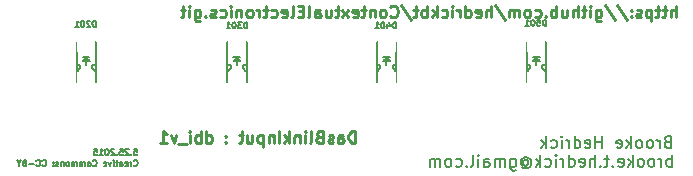
<source format=gbo>
G04 #@! TF.FileFunction,Legend,Bot*
%FSLAX46Y46*%
G04 Gerber Fmt 4.6, Leading zero omitted, Abs format (unit mm)*
G04 Created by KiCad (PCBNEW (2015-01-29 BZR 5396)-product) date 5/25/2015 5:42:28 PM*
%MOMM*%
G01*
G04 APERTURE LIST*
%ADD10C,0.100000*%
%ADD11C,0.250000*%
%ADD12C,0.127000*%
%ADD13C,0.200000*%
%ADD14C,0.150000*%
%ADD15R,1.500000X1.500000*%
%ADD16R,2.032000X2.032000*%
%ADD17O,2.032000X2.032000*%
%ADD18R,2.032000X1.727200*%
%ADD19O,2.032000X1.727200*%
%ADD20C,1.397000*%
G04 APERTURE END LIST*
D10*
D11*
X146230955Y-86952381D02*
X146230955Y-85952381D01*
X145802383Y-86952381D02*
X145802383Y-86428571D01*
X145850002Y-86333333D01*
X145945240Y-86285714D01*
X146088098Y-86285714D01*
X146183336Y-86333333D01*
X146230955Y-86380952D01*
X145469050Y-86285714D02*
X145088098Y-86285714D01*
X145326193Y-85952381D02*
X145326193Y-86809524D01*
X145278574Y-86904762D01*
X145183336Y-86952381D01*
X145088098Y-86952381D01*
X144897621Y-86285714D02*
X144516669Y-86285714D01*
X144754764Y-85952381D02*
X144754764Y-86809524D01*
X144707145Y-86904762D01*
X144611907Y-86952381D01*
X144516669Y-86952381D01*
X144183335Y-86285714D02*
X144183335Y-87285714D01*
X144183335Y-86333333D02*
X144088097Y-86285714D01*
X143897620Y-86285714D01*
X143802382Y-86333333D01*
X143754763Y-86380952D01*
X143707144Y-86476190D01*
X143707144Y-86761905D01*
X143754763Y-86857143D01*
X143802382Y-86904762D01*
X143897620Y-86952381D01*
X144088097Y-86952381D01*
X144183335Y-86904762D01*
X143326192Y-86904762D02*
X143230954Y-86952381D01*
X143040478Y-86952381D01*
X142945239Y-86904762D01*
X142897620Y-86809524D01*
X142897620Y-86761905D01*
X142945239Y-86666667D01*
X143040478Y-86619048D01*
X143183335Y-86619048D01*
X143278573Y-86571429D01*
X143326192Y-86476190D01*
X143326192Y-86428571D01*
X143278573Y-86333333D01*
X143183335Y-86285714D01*
X143040478Y-86285714D01*
X142945239Y-86333333D01*
X142469049Y-86857143D02*
X142421430Y-86904762D01*
X142469049Y-86952381D01*
X142516668Y-86904762D01*
X142469049Y-86857143D01*
X142469049Y-86952381D01*
X142469049Y-86333333D02*
X142421430Y-86380952D01*
X142469049Y-86428571D01*
X142516668Y-86380952D01*
X142469049Y-86333333D01*
X142469049Y-86428571D01*
X141278573Y-85904762D02*
X142135716Y-87190476D01*
X140230954Y-85904762D02*
X141088097Y-87190476D01*
X139469049Y-86285714D02*
X139469049Y-87095238D01*
X139516668Y-87190476D01*
X139564287Y-87238095D01*
X139659526Y-87285714D01*
X139802383Y-87285714D01*
X139897621Y-87238095D01*
X139469049Y-86904762D02*
X139564287Y-86952381D01*
X139754764Y-86952381D01*
X139850002Y-86904762D01*
X139897621Y-86857143D01*
X139945240Y-86761905D01*
X139945240Y-86476190D01*
X139897621Y-86380952D01*
X139850002Y-86333333D01*
X139754764Y-86285714D01*
X139564287Y-86285714D01*
X139469049Y-86333333D01*
X138992859Y-86952381D02*
X138992859Y-86285714D01*
X138992859Y-85952381D02*
X139040478Y-86000000D01*
X138992859Y-86047619D01*
X138945240Y-86000000D01*
X138992859Y-85952381D01*
X138992859Y-86047619D01*
X138659526Y-86285714D02*
X138278574Y-86285714D01*
X138516669Y-85952381D02*
X138516669Y-86809524D01*
X138469050Y-86904762D01*
X138373812Y-86952381D01*
X138278574Y-86952381D01*
X137945240Y-86952381D02*
X137945240Y-85952381D01*
X137516668Y-86952381D02*
X137516668Y-86428571D01*
X137564287Y-86333333D01*
X137659525Y-86285714D01*
X137802383Y-86285714D01*
X137897621Y-86333333D01*
X137945240Y-86380952D01*
X136611906Y-86285714D02*
X136611906Y-86952381D01*
X137040478Y-86285714D02*
X137040478Y-86809524D01*
X136992859Y-86904762D01*
X136897621Y-86952381D01*
X136754763Y-86952381D01*
X136659525Y-86904762D01*
X136611906Y-86857143D01*
X136135716Y-86952381D02*
X136135716Y-85952381D01*
X136135716Y-86333333D02*
X136040478Y-86285714D01*
X135850001Y-86285714D01*
X135754763Y-86333333D01*
X135707144Y-86380952D01*
X135659525Y-86476190D01*
X135659525Y-86761905D01*
X135707144Y-86857143D01*
X135754763Y-86904762D01*
X135850001Y-86952381D01*
X136040478Y-86952381D01*
X136135716Y-86904762D01*
X135230954Y-86857143D02*
X135183335Y-86904762D01*
X135230954Y-86952381D01*
X135278573Y-86904762D01*
X135230954Y-86857143D01*
X135230954Y-86952381D01*
X134326192Y-86904762D02*
X134421430Y-86952381D01*
X134611907Y-86952381D01*
X134707145Y-86904762D01*
X134754764Y-86857143D01*
X134802383Y-86761905D01*
X134802383Y-86476190D01*
X134754764Y-86380952D01*
X134707145Y-86333333D01*
X134611907Y-86285714D01*
X134421430Y-86285714D01*
X134326192Y-86333333D01*
X133754764Y-86952381D02*
X133850002Y-86904762D01*
X133897621Y-86857143D01*
X133945240Y-86761905D01*
X133945240Y-86476190D01*
X133897621Y-86380952D01*
X133850002Y-86333333D01*
X133754764Y-86285714D01*
X133611906Y-86285714D01*
X133516668Y-86333333D01*
X133469049Y-86380952D01*
X133421430Y-86476190D01*
X133421430Y-86761905D01*
X133469049Y-86857143D01*
X133516668Y-86904762D01*
X133611906Y-86952381D01*
X133754764Y-86952381D01*
X132992859Y-86952381D02*
X132992859Y-86285714D01*
X132992859Y-86380952D02*
X132945240Y-86333333D01*
X132850002Y-86285714D01*
X132707144Y-86285714D01*
X132611906Y-86333333D01*
X132564287Y-86428571D01*
X132564287Y-86952381D01*
X132564287Y-86428571D02*
X132516668Y-86333333D01*
X132421430Y-86285714D01*
X132278573Y-86285714D01*
X132183335Y-86333333D01*
X132135716Y-86428571D01*
X132135716Y-86952381D01*
X130945240Y-85904762D02*
X131802383Y-87190476D01*
X130611907Y-86952381D02*
X130611907Y-85952381D01*
X130183335Y-86952381D02*
X130183335Y-86428571D01*
X130230954Y-86333333D01*
X130326192Y-86285714D01*
X130469050Y-86285714D01*
X130564288Y-86333333D01*
X130611907Y-86380952D01*
X129326192Y-86904762D02*
X129421430Y-86952381D01*
X129611907Y-86952381D01*
X129707145Y-86904762D01*
X129754764Y-86809524D01*
X129754764Y-86428571D01*
X129707145Y-86333333D01*
X129611907Y-86285714D01*
X129421430Y-86285714D01*
X129326192Y-86333333D01*
X129278573Y-86428571D01*
X129278573Y-86523810D01*
X129754764Y-86619048D01*
X128421430Y-86952381D02*
X128421430Y-85952381D01*
X128421430Y-86904762D02*
X128516668Y-86952381D01*
X128707145Y-86952381D01*
X128802383Y-86904762D01*
X128850002Y-86857143D01*
X128897621Y-86761905D01*
X128897621Y-86476190D01*
X128850002Y-86380952D01*
X128802383Y-86333333D01*
X128707145Y-86285714D01*
X128516668Y-86285714D01*
X128421430Y-86333333D01*
X127945240Y-86952381D02*
X127945240Y-86285714D01*
X127945240Y-86476190D02*
X127897621Y-86380952D01*
X127850002Y-86333333D01*
X127754764Y-86285714D01*
X127659525Y-86285714D01*
X127326192Y-86952381D02*
X127326192Y-86285714D01*
X127326192Y-85952381D02*
X127373811Y-86000000D01*
X127326192Y-86047619D01*
X127278573Y-86000000D01*
X127326192Y-85952381D01*
X127326192Y-86047619D01*
X126421430Y-86904762D02*
X126516668Y-86952381D01*
X126707145Y-86952381D01*
X126802383Y-86904762D01*
X126850002Y-86857143D01*
X126897621Y-86761905D01*
X126897621Y-86476190D01*
X126850002Y-86380952D01*
X126802383Y-86333333D01*
X126707145Y-86285714D01*
X126516668Y-86285714D01*
X126421430Y-86333333D01*
X125992859Y-86952381D02*
X125992859Y-85952381D01*
X125897621Y-86571429D02*
X125611906Y-86952381D01*
X125611906Y-86285714D02*
X125992859Y-86666667D01*
X125183335Y-86952381D02*
X125183335Y-85952381D01*
X125183335Y-86333333D02*
X125088097Y-86285714D01*
X124897620Y-86285714D01*
X124802382Y-86333333D01*
X124754763Y-86380952D01*
X124707144Y-86476190D01*
X124707144Y-86761905D01*
X124754763Y-86857143D01*
X124802382Y-86904762D01*
X124897620Y-86952381D01*
X125088097Y-86952381D01*
X125183335Y-86904762D01*
X124421430Y-86285714D02*
X124040478Y-86285714D01*
X124278573Y-85952381D02*
X124278573Y-86809524D01*
X124230954Y-86904762D01*
X124135716Y-86952381D01*
X124040478Y-86952381D01*
X122992858Y-85904762D02*
X123850001Y-87190476D01*
X122088096Y-86857143D02*
X122135715Y-86904762D01*
X122278572Y-86952381D01*
X122373810Y-86952381D01*
X122516668Y-86904762D01*
X122611906Y-86809524D01*
X122659525Y-86714286D01*
X122707144Y-86523810D01*
X122707144Y-86380952D01*
X122659525Y-86190476D01*
X122611906Y-86095238D01*
X122516668Y-86000000D01*
X122373810Y-85952381D01*
X122278572Y-85952381D01*
X122135715Y-86000000D01*
X122088096Y-86047619D01*
X121516668Y-86952381D02*
X121611906Y-86904762D01*
X121659525Y-86857143D01*
X121707144Y-86761905D01*
X121707144Y-86476190D01*
X121659525Y-86380952D01*
X121611906Y-86333333D01*
X121516668Y-86285714D01*
X121373810Y-86285714D01*
X121278572Y-86333333D01*
X121230953Y-86380952D01*
X121183334Y-86476190D01*
X121183334Y-86761905D01*
X121230953Y-86857143D01*
X121278572Y-86904762D01*
X121373810Y-86952381D01*
X121516668Y-86952381D01*
X120754763Y-86285714D02*
X120754763Y-86952381D01*
X120754763Y-86380952D02*
X120707144Y-86333333D01*
X120611906Y-86285714D01*
X120469048Y-86285714D01*
X120373810Y-86333333D01*
X120326191Y-86428571D01*
X120326191Y-86952381D01*
X119992858Y-86285714D02*
X119611906Y-86285714D01*
X119850001Y-85952381D02*
X119850001Y-86809524D01*
X119802382Y-86904762D01*
X119707144Y-86952381D01*
X119611906Y-86952381D01*
X118897619Y-86904762D02*
X118992857Y-86952381D01*
X119183334Y-86952381D01*
X119278572Y-86904762D01*
X119326191Y-86809524D01*
X119326191Y-86428571D01*
X119278572Y-86333333D01*
X119183334Y-86285714D01*
X118992857Y-86285714D01*
X118897619Y-86333333D01*
X118850000Y-86428571D01*
X118850000Y-86523810D01*
X119326191Y-86619048D01*
X118516667Y-86952381D02*
X117992857Y-86285714D01*
X118516667Y-86285714D02*
X117992857Y-86952381D01*
X117754762Y-86285714D02*
X117373810Y-86285714D01*
X117611905Y-85952381D02*
X117611905Y-86809524D01*
X117564286Y-86904762D01*
X117469048Y-86952381D01*
X117373810Y-86952381D01*
X116611904Y-86285714D02*
X116611904Y-86952381D01*
X117040476Y-86285714D02*
X117040476Y-86809524D01*
X116992857Y-86904762D01*
X116897619Y-86952381D01*
X116754761Y-86952381D01*
X116659523Y-86904762D01*
X116611904Y-86857143D01*
X115707142Y-86952381D02*
X115707142Y-86428571D01*
X115754761Y-86333333D01*
X115849999Y-86285714D01*
X116040476Y-86285714D01*
X116135714Y-86333333D01*
X115707142Y-86904762D02*
X115802380Y-86952381D01*
X116040476Y-86952381D01*
X116135714Y-86904762D01*
X116183333Y-86809524D01*
X116183333Y-86714286D01*
X116135714Y-86619048D01*
X116040476Y-86571429D01*
X115802380Y-86571429D01*
X115707142Y-86523810D01*
X115088095Y-86952381D02*
X115183333Y-86904762D01*
X115230952Y-86809524D01*
X115230952Y-85952381D01*
X114707142Y-86428571D02*
X114373808Y-86428571D01*
X114230951Y-86952381D02*
X114707142Y-86952381D01*
X114707142Y-85952381D01*
X114230951Y-85952381D01*
X113659523Y-86952381D02*
X113754761Y-86904762D01*
X113802380Y-86809524D01*
X113802380Y-85952381D01*
X112897617Y-86904762D02*
X112992855Y-86952381D01*
X113183332Y-86952381D01*
X113278570Y-86904762D01*
X113326189Y-86809524D01*
X113326189Y-86428571D01*
X113278570Y-86333333D01*
X113183332Y-86285714D01*
X112992855Y-86285714D01*
X112897617Y-86333333D01*
X112849998Y-86428571D01*
X112849998Y-86523810D01*
X113326189Y-86619048D01*
X111992855Y-86904762D02*
X112088093Y-86952381D01*
X112278570Y-86952381D01*
X112373808Y-86904762D01*
X112421427Y-86857143D01*
X112469046Y-86761905D01*
X112469046Y-86476190D01*
X112421427Y-86380952D01*
X112373808Y-86333333D01*
X112278570Y-86285714D01*
X112088093Y-86285714D01*
X111992855Y-86333333D01*
X111707141Y-86285714D02*
X111326189Y-86285714D01*
X111564284Y-85952381D02*
X111564284Y-86809524D01*
X111516665Y-86904762D01*
X111421427Y-86952381D01*
X111326189Y-86952381D01*
X110992855Y-86952381D02*
X110992855Y-86285714D01*
X110992855Y-86476190D02*
X110945236Y-86380952D01*
X110897617Y-86333333D01*
X110802379Y-86285714D01*
X110707140Y-86285714D01*
X110230950Y-86952381D02*
X110326188Y-86904762D01*
X110373807Y-86857143D01*
X110421426Y-86761905D01*
X110421426Y-86476190D01*
X110373807Y-86380952D01*
X110326188Y-86333333D01*
X110230950Y-86285714D01*
X110088092Y-86285714D01*
X109992854Y-86333333D01*
X109945235Y-86380952D01*
X109897616Y-86476190D01*
X109897616Y-86761905D01*
X109945235Y-86857143D01*
X109992854Y-86904762D01*
X110088092Y-86952381D01*
X110230950Y-86952381D01*
X109469045Y-86285714D02*
X109469045Y-86952381D01*
X109469045Y-86380952D02*
X109421426Y-86333333D01*
X109326188Y-86285714D01*
X109183330Y-86285714D01*
X109088092Y-86333333D01*
X109040473Y-86428571D01*
X109040473Y-86952381D01*
X108564283Y-86952381D02*
X108564283Y-86285714D01*
X108564283Y-85952381D02*
X108611902Y-86000000D01*
X108564283Y-86047619D01*
X108516664Y-86000000D01*
X108564283Y-85952381D01*
X108564283Y-86047619D01*
X107659521Y-86904762D02*
X107754759Y-86952381D01*
X107945236Y-86952381D01*
X108040474Y-86904762D01*
X108088093Y-86857143D01*
X108135712Y-86761905D01*
X108135712Y-86476190D01*
X108088093Y-86380952D01*
X108040474Y-86333333D01*
X107945236Y-86285714D01*
X107754759Y-86285714D01*
X107659521Y-86333333D01*
X107278569Y-86904762D02*
X107183331Y-86952381D01*
X106992855Y-86952381D01*
X106897616Y-86904762D01*
X106849997Y-86809524D01*
X106849997Y-86761905D01*
X106897616Y-86666667D01*
X106992855Y-86619048D01*
X107135712Y-86619048D01*
X107230950Y-86571429D01*
X107278569Y-86476190D01*
X107278569Y-86428571D01*
X107230950Y-86333333D01*
X107135712Y-86285714D01*
X106992855Y-86285714D01*
X106897616Y-86333333D01*
X106421426Y-86857143D02*
X106373807Y-86904762D01*
X106421426Y-86952381D01*
X106469045Y-86904762D01*
X106421426Y-86857143D01*
X106421426Y-86952381D01*
X105516664Y-86285714D02*
X105516664Y-87095238D01*
X105564283Y-87190476D01*
X105611902Y-87238095D01*
X105707141Y-87285714D01*
X105849998Y-87285714D01*
X105945236Y-87238095D01*
X105516664Y-86904762D02*
X105611902Y-86952381D01*
X105802379Y-86952381D01*
X105897617Y-86904762D01*
X105945236Y-86857143D01*
X105992855Y-86761905D01*
X105992855Y-86476190D01*
X105945236Y-86380952D01*
X105897617Y-86333333D01*
X105802379Y-86285714D01*
X105611902Y-86285714D01*
X105516664Y-86333333D01*
X105040474Y-86952381D02*
X105040474Y-86285714D01*
X105040474Y-85952381D02*
X105088093Y-86000000D01*
X105040474Y-86047619D01*
X104992855Y-86000000D01*
X105040474Y-85952381D01*
X105040474Y-86047619D01*
X104707141Y-86285714D02*
X104326189Y-86285714D01*
X104564284Y-85952381D02*
X104564284Y-86809524D01*
X104516665Y-86904762D01*
X104421427Y-86952381D01*
X104326189Y-86952381D01*
X119108096Y-97572381D02*
X119108096Y-96572381D01*
X118870001Y-96572381D01*
X118727143Y-96620000D01*
X118631905Y-96715238D01*
X118584286Y-96810476D01*
X118536667Y-97000952D01*
X118536667Y-97143810D01*
X118584286Y-97334286D01*
X118631905Y-97429524D01*
X118727143Y-97524762D01*
X118870001Y-97572381D01*
X119108096Y-97572381D01*
X117679524Y-97572381D02*
X117679524Y-97048571D01*
X117727143Y-96953333D01*
X117822381Y-96905714D01*
X118012858Y-96905714D01*
X118108096Y-96953333D01*
X117679524Y-97524762D02*
X117774762Y-97572381D01*
X118012858Y-97572381D01*
X118108096Y-97524762D01*
X118155715Y-97429524D01*
X118155715Y-97334286D01*
X118108096Y-97239048D01*
X118012858Y-97191429D01*
X117774762Y-97191429D01*
X117679524Y-97143810D01*
X117250953Y-97524762D02*
X117155715Y-97572381D01*
X116965239Y-97572381D01*
X116870000Y-97524762D01*
X116822381Y-97429524D01*
X116822381Y-97381905D01*
X116870000Y-97286667D01*
X116965239Y-97239048D01*
X117108096Y-97239048D01*
X117203334Y-97191429D01*
X117250953Y-97096190D01*
X117250953Y-97048571D01*
X117203334Y-96953333D01*
X117108096Y-96905714D01*
X116965239Y-96905714D01*
X116870000Y-96953333D01*
X116060476Y-97048571D02*
X115917619Y-97096190D01*
X115870000Y-97143810D01*
X115822381Y-97239048D01*
X115822381Y-97381905D01*
X115870000Y-97477143D01*
X115917619Y-97524762D01*
X116012857Y-97572381D01*
X116393810Y-97572381D01*
X116393810Y-96572381D01*
X116060476Y-96572381D01*
X115965238Y-96620000D01*
X115917619Y-96667619D01*
X115870000Y-96762857D01*
X115870000Y-96858095D01*
X115917619Y-96953333D01*
X115965238Y-97000952D01*
X116060476Y-97048571D01*
X116393810Y-97048571D01*
X115250953Y-97572381D02*
X115346191Y-97524762D01*
X115393810Y-97429524D01*
X115393810Y-96572381D01*
X114870000Y-97572381D02*
X114870000Y-96905714D01*
X114870000Y-96572381D02*
X114917619Y-96620000D01*
X114870000Y-96667619D01*
X114822381Y-96620000D01*
X114870000Y-96572381D01*
X114870000Y-96667619D01*
X114393810Y-96905714D02*
X114393810Y-97572381D01*
X114393810Y-97000952D02*
X114346191Y-96953333D01*
X114250953Y-96905714D01*
X114108095Y-96905714D01*
X114012857Y-96953333D01*
X113965238Y-97048571D01*
X113965238Y-97572381D01*
X113489048Y-97572381D02*
X113489048Y-96572381D01*
X113393810Y-97191429D02*
X113108095Y-97572381D01*
X113108095Y-96905714D02*
X113489048Y-97286667D01*
X112679524Y-97572381D02*
X112679524Y-96572381D01*
X112203334Y-96905714D02*
X112203334Y-97572381D01*
X112203334Y-97000952D02*
X112155715Y-96953333D01*
X112060477Y-96905714D01*
X111917619Y-96905714D01*
X111822381Y-96953333D01*
X111774762Y-97048571D01*
X111774762Y-97572381D01*
X111298572Y-96905714D02*
X111298572Y-97905714D01*
X111298572Y-96953333D02*
X111203334Y-96905714D01*
X111012857Y-96905714D01*
X110917619Y-96953333D01*
X110870000Y-97000952D01*
X110822381Y-97096190D01*
X110822381Y-97381905D01*
X110870000Y-97477143D01*
X110917619Y-97524762D01*
X111012857Y-97572381D01*
X111203334Y-97572381D01*
X111298572Y-97524762D01*
X109965238Y-96905714D02*
X109965238Y-97572381D01*
X110393810Y-96905714D02*
X110393810Y-97429524D01*
X110346191Y-97524762D01*
X110250953Y-97572381D01*
X110108095Y-97572381D01*
X110012857Y-97524762D01*
X109965238Y-97477143D01*
X109631905Y-96905714D02*
X109250953Y-96905714D01*
X109489048Y-96572381D02*
X109489048Y-97429524D01*
X109441429Y-97524762D01*
X109346191Y-97572381D01*
X109250953Y-97572381D01*
X108155714Y-97477143D02*
X108108095Y-97524762D01*
X108155714Y-97572381D01*
X108203333Y-97524762D01*
X108155714Y-97477143D01*
X108155714Y-97572381D01*
X108155714Y-96953333D02*
X108108095Y-97000952D01*
X108155714Y-97048571D01*
X108203333Y-97000952D01*
X108155714Y-96953333D01*
X108155714Y-97048571D01*
X106489047Y-97572381D02*
X106489047Y-96572381D01*
X106489047Y-97524762D02*
X106584285Y-97572381D01*
X106774762Y-97572381D01*
X106870000Y-97524762D01*
X106917619Y-97477143D01*
X106965238Y-97381905D01*
X106965238Y-97096190D01*
X106917619Y-97000952D01*
X106870000Y-96953333D01*
X106774762Y-96905714D01*
X106584285Y-96905714D01*
X106489047Y-96953333D01*
X106012857Y-97572381D02*
X106012857Y-96572381D01*
X106012857Y-96953333D02*
X105917619Y-96905714D01*
X105727142Y-96905714D01*
X105631904Y-96953333D01*
X105584285Y-97000952D01*
X105536666Y-97096190D01*
X105536666Y-97381905D01*
X105584285Y-97477143D01*
X105631904Y-97524762D01*
X105727142Y-97572381D01*
X105917619Y-97572381D01*
X106012857Y-97524762D01*
X105108095Y-97572381D02*
X105108095Y-96905714D01*
X105108095Y-96572381D02*
X105155714Y-96620000D01*
X105108095Y-96667619D01*
X105060476Y-96620000D01*
X105108095Y-96572381D01*
X105108095Y-96667619D01*
X104870000Y-97667619D02*
X104108095Y-97667619D01*
X103965238Y-96905714D02*
X103727143Y-97572381D01*
X103489047Y-96905714D01*
X102584285Y-97572381D02*
X103155714Y-97572381D01*
X102870000Y-97572381D02*
X102870000Y-96572381D01*
X102965238Y-96715238D01*
X103060476Y-96810476D01*
X103155714Y-96858095D01*
D12*
X100372383Y-98071810D02*
X100614288Y-98071810D01*
X100638478Y-98313714D01*
X100614288Y-98289524D01*
X100565907Y-98265333D01*
X100444954Y-98265333D01*
X100396573Y-98289524D01*
X100372383Y-98313714D01*
X100348192Y-98362095D01*
X100348192Y-98483048D01*
X100372383Y-98531429D01*
X100396573Y-98555619D01*
X100444954Y-98579810D01*
X100565907Y-98579810D01*
X100614288Y-98555619D01*
X100638478Y-98531429D01*
X100130478Y-98531429D02*
X100106287Y-98555619D01*
X100130478Y-98579810D01*
X100154668Y-98555619D01*
X100130478Y-98531429D01*
X100130478Y-98579810D01*
X99912763Y-98120190D02*
X99888573Y-98096000D01*
X99840192Y-98071810D01*
X99719239Y-98071810D01*
X99670858Y-98096000D01*
X99646668Y-98120190D01*
X99622477Y-98168571D01*
X99622477Y-98216952D01*
X99646668Y-98289524D01*
X99936954Y-98579810D01*
X99622477Y-98579810D01*
X99162858Y-98071810D02*
X99404763Y-98071810D01*
X99428953Y-98313714D01*
X99404763Y-98289524D01*
X99356382Y-98265333D01*
X99235429Y-98265333D01*
X99187048Y-98289524D01*
X99162858Y-98313714D01*
X99138667Y-98362095D01*
X99138667Y-98483048D01*
X99162858Y-98531429D01*
X99187048Y-98555619D01*
X99235429Y-98579810D01*
X99356382Y-98579810D01*
X99404763Y-98555619D01*
X99428953Y-98531429D01*
X98920953Y-98531429D02*
X98896762Y-98555619D01*
X98920953Y-98579810D01*
X98945143Y-98555619D01*
X98920953Y-98531429D01*
X98920953Y-98579810D01*
X98703238Y-98120190D02*
X98679048Y-98096000D01*
X98630667Y-98071810D01*
X98509714Y-98071810D01*
X98461333Y-98096000D01*
X98437143Y-98120190D01*
X98412952Y-98168571D01*
X98412952Y-98216952D01*
X98437143Y-98289524D01*
X98727429Y-98579810D01*
X98412952Y-98579810D01*
X98098476Y-98071810D02*
X98050095Y-98071810D01*
X98001714Y-98096000D01*
X97977523Y-98120190D01*
X97953333Y-98168571D01*
X97929142Y-98265333D01*
X97929142Y-98386286D01*
X97953333Y-98483048D01*
X97977523Y-98531429D01*
X98001714Y-98555619D01*
X98050095Y-98579810D01*
X98098476Y-98579810D01*
X98146857Y-98555619D01*
X98171047Y-98531429D01*
X98195238Y-98483048D01*
X98219428Y-98386286D01*
X98219428Y-98265333D01*
X98195238Y-98168571D01*
X98171047Y-98120190D01*
X98146857Y-98096000D01*
X98098476Y-98071810D01*
X97445332Y-98579810D02*
X97735618Y-98579810D01*
X97590475Y-98579810D02*
X97590475Y-98071810D01*
X97638856Y-98144381D01*
X97687237Y-98192762D01*
X97735618Y-98216952D01*
X96985713Y-98071810D02*
X97227618Y-98071810D01*
X97251808Y-98313714D01*
X97227618Y-98289524D01*
X97179237Y-98265333D01*
X97058284Y-98265333D01*
X97009903Y-98289524D01*
X96985713Y-98313714D01*
X96961522Y-98362095D01*
X96961522Y-98483048D01*
X96985713Y-98531429D01*
X97009903Y-98555619D01*
X97058284Y-98579810D01*
X97179237Y-98579810D01*
X97227618Y-98555619D01*
X97251808Y-98531429D01*
X100363429Y-99481429D02*
X100387619Y-99505619D01*
X100460191Y-99529810D01*
X100508572Y-99529810D01*
X100581143Y-99505619D01*
X100629524Y-99457238D01*
X100653715Y-99408857D01*
X100677905Y-99312095D01*
X100677905Y-99239524D01*
X100653715Y-99142762D01*
X100629524Y-99094381D01*
X100581143Y-99046000D01*
X100508572Y-99021810D01*
X100460191Y-99021810D01*
X100387619Y-99046000D01*
X100363429Y-99070190D01*
X100145715Y-99529810D02*
X100145715Y-99191143D01*
X100145715Y-99287905D02*
X100121524Y-99239524D01*
X100097334Y-99215333D01*
X100048953Y-99191143D01*
X100000572Y-99191143D01*
X99637715Y-99505619D02*
X99686096Y-99529810D01*
X99782858Y-99529810D01*
X99831239Y-99505619D01*
X99855429Y-99457238D01*
X99855429Y-99263714D01*
X99831239Y-99215333D01*
X99782858Y-99191143D01*
X99686096Y-99191143D01*
X99637715Y-99215333D01*
X99613524Y-99263714D01*
X99613524Y-99312095D01*
X99855429Y-99360476D01*
X99178095Y-99529810D02*
X99178095Y-99263714D01*
X99202286Y-99215333D01*
X99250667Y-99191143D01*
X99347429Y-99191143D01*
X99395810Y-99215333D01*
X99178095Y-99505619D02*
X99226476Y-99529810D01*
X99347429Y-99529810D01*
X99395810Y-99505619D01*
X99420000Y-99457238D01*
X99420000Y-99408857D01*
X99395810Y-99360476D01*
X99347429Y-99336286D01*
X99226476Y-99336286D01*
X99178095Y-99312095D01*
X99008762Y-99191143D02*
X98815238Y-99191143D01*
X98936191Y-99021810D02*
X98936191Y-99457238D01*
X98912000Y-99505619D01*
X98863619Y-99529810D01*
X98815238Y-99529810D01*
X98645905Y-99529810D02*
X98645905Y-99191143D01*
X98645905Y-99021810D02*
X98670095Y-99046000D01*
X98645905Y-99070190D01*
X98621714Y-99046000D01*
X98645905Y-99021810D01*
X98645905Y-99070190D01*
X98452381Y-99191143D02*
X98331428Y-99529810D01*
X98210476Y-99191143D01*
X97823428Y-99505619D02*
X97871809Y-99529810D01*
X97968571Y-99529810D01*
X98016952Y-99505619D01*
X98041142Y-99457238D01*
X98041142Y-99263714D01*
X98016952Y-99215333D01*
X97968571Y-99191143D01*
X97871809Y-99191143D01*
X97823428Y-99215333D01*
X97799237Y-99263714D01*
X97799237Y-99312095D01*
X98041142Y-99360476D01*
X96904189Y-99481429D02*
X96928379Y-99505619D01*
X97000951Y-99529810D01*
X97049332Y-99529810D01*
X97121903Y-99505619D01*
X97170284Y-99457238D01*
X97194475Y-99408857D01*
X97218665Y-99312095D01*
X97218665Y-99239524D01*
X97194475Y-99142762D01*
X97170284Y-99094381D01*
X97121903Y-99046000D01*
X97049332Y-99021810D01*
X97000951Y-99021810D01*
X96928379Y-99046000D01*
X96904189Y-99070190D01*
X96613903Y-99529810D02*
X96662284Y-99505619D01*
X96686475Y-99481429D01*
X96710665Y-99433048D01*
X96710665Y-99287905D01*
X96686475Y-99239524D01*
X96662284Y-99215333D01*
X96613903Y-99191143D01*
X96541332Y-99191143D01*
X96492951Y-99215333D01*
X96468760Y-99239524D01*
X96444570Y-99287905D01*
X96444570Y-99433048D01*
X96468760Y-99481429D01*
X96492951Y-99505619D01*
X96541332Y-99529810D01*
X96613903Y-99529810D01*
X96226856Y-99529810D02*
X96226856Y-99191143D01*
X96226856Y-99239524D02*
X96202665Y-99215333D01*
X96154284Y-99191143D01*
X96081713Y-99191143D01*
X96033332Y-99215333D01*
X96009141Y-99263714D01*
X96009141Y-99529810D01*
X96009141Y-99263714D02*
X95984951Y-99215333D01*
X95936570Y-99191143D01*
X95863998Y-99191143D01*
X95815618Y-99215333D01*
X95791427Y-99263714D01*
X95791427Y-99529810D01*
X95549523Y-99529810D02*
X95549523Y-99191143D01*
X95549523Y-99239524D02*
X95525332Y-99215333D01*
X95476951Y-99191143D01*
X95404380Y-99191143D01*
X95355999Y-99215333D01*
X95331808Y-99263714D01*
X95331808Y-99529810D01*
X95331808Y-99263714D02*
X95307618Y-99215333D01*
X95259237Y-99191143D01*
X95186665Y-99191143D01*
X95138285Y-99215333D01*
X95114094Y-99263714D01*
X95114094Y-99529810D01*
X94799618Y-99529810D02*
X94847999Y-99505619D01*
X94872190Y-99481429D01*
X94896380Y-99433048D01*
X94896380Y-99287905D01*
X94872190Y-99239524D01*
X94847999Y-99215333D01*
X94799618Y-99191143D01*
X94727047Y-99191143D01*
X94678666Y-99215333D01*
X94654475Y-99239524D01*
X94630285Y-99287905D01*
X94630285Y-99433048D01*
X94654475Y-99481429D01*
X94678666Y-99505619D01*
X94727047Y-99529810D01*
X94799618Y-99529810D01*
X94412571Y-99191143D02*
X94412571Y-99529810D01*
X94412571Y-99239524D02*
X94388380Y-99215333D01*
X94339999Y-99191143D01*
X94267428Y-99191143D01*
X94219047Y-99215333D01*
X94194856Y-99263714D01*
X94194856Y-99529810D01*
X93977142Y-99505619D02*
X93928761Y-99529810D01*
X93831999Y-99529810D01*
X93783618Y-99505619D01*
X93759428Y-99457238D01*
X93759428Y-99433048D01*
X93783618Y-99384667D01*
X93831999Y-99360476D01*
X93904571Y-99360476D01*
X93952952Y-99336286D01*
X93977142Y-99287905D01*
X93977142Y-99263714D01*
X93952952Y-99215333D01*
X93904571Y-99191143D01*
X93831999Y-99191143D01*
X93783618Y-99215333D01*
X93541714Y-99481429D02*
X93517523Y-99505619D01*
X93541714Y-99529810D01*
X93565904Y-99505619D01*
X93541714Y-99481429D01*
X93541714Y-99529810D01*
X93541714Y-99215333D02*
X93517523Y-99239524D01*
X93541714Y-99263714D01*
X93565904Y-99239524D01*
X93541714Y-99215333D01*
X93541714Y-99263714D01*
X92622475Y-99481429D02*
X92646665Y-99505619D01*
X92719237Y-99529810D01*
X92767618Y-99529810D01*
X92840189Y-99505619D01*
X92888570Y-99457238D01*
X92912761Y-99408857D01*
X92936951Y-99312095D01*
X92936951Y-99239524D01*
X92912761Y-99142762D01*
X92888570Y-99094381D01*
X92840189Y-99046000D01*
X92767618Y-99021810D01*
X92719237Y-99021810D01*
X92646665Y-99046000D01*
X92622475Y-99070190D01*
X92114475Y-99481429D02*
X92138665Y-99505619D01*
X92211237Y-99529810D01*
X92259618Y-99529810D01*
X92332189Y-99505619D01*
X92380570Y-99457238D01*
X92404761Y-99408857D01*
X92428951Y-99312095D01*
X92428951Y-99239524D01*
X92404761Y-99142762D01*
X92380570Y-99094381D01*
X92332189Y-99046000D01*
X92259618Y-99021810D01*
X92211237Y-99021810D01*
X92138665Y-99046000D01*
X92114475Y-99070190D01*
X91896761Y-99336286D02*
X91509713Y-99336286D01*
X91098475Y-99263714D02*
X91025904Y-99287905D01*
X91001713Y-99312095D01*
X90977523Y-99360476D01*
X90977523Y-99433048D01*
X91001713Y-99481429D01*
X91025904Y-99505619D01*
X91074285Y-99529810D01*
X91267809Y-99529810D01*
X91267809Y-99021810D01*
X91098475Y-99021810D01*
X91050094Y-99046000D01*
X91025904Y-99070190D01*
X91001713Y-99118571D01*
X91001713Y-99166952D01*
X91025904Y-99215333D01*
X91050094Y-99239524D01*
X91098475Y-99263714D01*
X91267809Y-99263714D01*
X90663047Y-99287905D02*
X90663047Y-99529810D01*
X90832380Y-99021810D02*
X90663047Y-99287905D01*
X90493713Y-99021810D01*
D13*
X145918095Y-99582381D02*
X145918095Y-98582381D01*
X145918095Y-98963333D02*
X145822857Y-98915714D01*
X145632380Y-98915714D01*
X145537142Y-98963333D01*
X145489523Y-99010952D01*
X145441904Y-99106190D01*
X145441904Y-99391905D01*
X145489523Y-99487143D01*
X145537142Y-99534762D01*
X145632380Y-99582381D01*
X145822857Y-99582381D01*
X145918095Y-99534762D01*
X145013333Y-99582381D02*
X145013333Y-98915714D01*
X145013333Y-99106190D02*
X144965714Y-99010952D01*
X144918095Y-98963333D01*
X144822857Y-98915714D01*
X144727618Y-98915714D01*
X144251428Y-99582381D02*
X144346666Y-99534762D01*
X144394285Y-99487143D01*
X144441904Y-99391905D01*
X144441904Y-99106190D01*
X144394285Y-99010952D01*
X144346666Y-98963333D01*
X144251428Y-98915714D01*
X144108570Y-98915714D01*
X144013332Y-98963333D01*
X143965713Y-99010952D01*
X143918094Y-99106190D01*
X143918094Y-99391905D01*
X143965713Y-99487143D01*
X144013332Y-99534762D01*
X144108570Y-99582381D01*
X144251428Y-99582381D01*
X143346666Y-99582381D02*
X143441904Y-99534762D01*
X143489523Y-99487143D01*
X143537142Y-99391905D01*
X143537142Y-99106190D01*
X143489523Y-99010952D01*
X143441904Y-98963333D01*
X143346666Y-98915714D01*
X143203808Y-98915714D01*
X143108570Y-98963333D01*
X143060951Y-99010952D01*
X143013332Y-99106190D01*
X143013332Y-99391905D01*
X143060951Y-99487143D01*
X143108570Y-99534762D01*
X143203808Y-99582381D01*
X143346666Y-99582381D01*
X142584761Y-99582381D02*
X142584761Y-98582381D01*
X142489523Y-99201429D02*
X142203808Y-99582381D01*
X142203808Y-98915714D02*
X142584761Y-99296667D01*
X141394284Y-99534762D02*
X141489522Y-99582381D01*
X141679999Y-99582381D01*
X141775237Y-99534762D01*
X141822856Y-99439524D01*
X141822856Y-99058571D01*
X141775237Y-98963333D01*
X141679999Y-98915714D01*
X141489522Y-98915714D01*
X141394284Y-98963333D01*
X141346665Y-99058571D01*
X141346665Y-99153810D01*
X141822856Y-99249048D01*
X140918094Y-99487143D02*
X140870475Y-99534762D01*
X140918094Y-99582381D01*
X140965713Y-99534762D01*
X140918094Y-99487143D01*
X140918094Y-99582381D01*
X140584761Y-98915714D02*
X140203809Y-98915714D01*
X140441904Y-98582381D02*
X140441904Y-99439524D01*
X140394285Y-99534762D01*
X140299047Y-99582381D01*
X140203809Y-99582381D01*
X139870475Y-99487143D02*
X139822856Y-99534762D01*
X139870475Y-99582381D01*
X139918094Y-99534762D01*
X139870475Y-99487143D01*
X139870475Y-99582381D01*
X139394285Y-99582381D02*
X139394285Y-98582381D01*
X138965713Y-99582381D02*
X138965713Y-99058571D01*
X139013332Y-98963333D01*
X139108570Y-98915714D01*
X139251428Y-98915714D01*
X139346666Y-98963333D01*
X139394285Y-99010952D01*
X138108570Y-99534762D02*
X138203808Y-99582381D01*
X138394285Y-99582381D01*
X138489523Y-99534762D01*
X138537142Y-99439524D01*
X138537142Y-99058571D01*
X138489523Y-98963333D01*
X138394285Y-98915714D01*
X138203808Y-98915714D01*
X138108570Y-98963333D01*
X138060951Y-99058571D01*
X138060951Y-99153810D01*
X138537142Y-99249048D01*
X137203808Y-99582381D02*
X137203808Y-98582381D01*
X137203808Y-99534762D02*
X137299046Y-99582381D01*
X137489523Y-99582381D01*
X137584761Y-99534762D01*
X137632380Y-99487143D01*
X137679999Y-99391905D01*
X137679999Y-99106190D01*
X137632380Y-99010952D01*
X137584761Y-98963333D01*
X137489523Y-98915714D01*
X137299046Y-98915714D01*
X137203808Y-98963333D01*
X136727618Y-99582381D02*
X136727618Y-98915714D01*
X136727618Y-99106190D02*
X136679999Y-99010952D01*
X136632380Y-98963333D01*
X136537142Y-98915714D01*
X136441903Y-98915714D01*
X136108570Y-99582381D02*
X136108570Y-98915714D01*
X136108570Y-98582381D02*
X136156189Y-98630000D01*
X136108570Y-98677619D01*
X136060951Y-98630000D01*
X136108570Y-98582381D01*
X136108570Y-98677619D01*
X135203808Y-99534762D02*
X135299046Y-99582381D01*
X135489523Y-99582381D01*
X135584761Y-99534762D01*
X135632380Y-99487143D01*
X135679999Y-99391905D01*
X135679999Y-99106190D01*
X135632380Y-99010952D01*
X135584761Y-98963333D01*
X135489523Y-98915714D01*
X135299046Y-98915714D01*
X135203808Y-98963333D01*
X134775237Y-99582381D02*
X134775237Y-98582381D01*
X134679999Y-99201429D02*
X134394284Y-99582381D01*
X134394284Y-98915714D02*
X134775237Y-99296667D01*
X133346665Y-99106190D02*
X133394284Y-99058571D01*
X133489522Y-99010952D01*
X133584760Y-99010952D01*
X133679998Y-99058571D01*
X133727618Y-99106190D01*
X133775237Y-99201429D01*
X133775237Y-99296667D01*
X133727618Y-99391905D01*
X133679998Y-99439524D01*
X133584760Y-99487143D01*
X133489522Y-99487143D01*
X133394284Y-99439524D01*
X133346665Y-99391905D01*
X133346665Y-99010952D02*
X133346665Y-99391905D01*
X133299046Y-99439524D01*
X133251427Y-99439524D01*
X133156189Y-99391905D01*
X133108570Y-99296667D01*
X133108570Y-99058571D01*
X133203808Y-98915714D01*
X133346665Y-98820476D01*
X133537141Y-98772857D01*
X133727618Y-98820476D01*
X133870475Y-98915714D01*
X133965713Y-99058571D01*
X134013332Y-99249048D01*
X133965713Y-99439524D01*
X133870475Y-99582381D01*
X133727618Y-99677619D01*
X133537141Y-99725238D01*
X133346665Y-99677619D01*
X133203808Y-99582381D01*
X132251427Y-98915714D02*
X132251427Y-99725238D01*
X132299046Y-99820476D01*
X132346665Y-99868095D01*
X132441904Y-99915714D01*
X132584761Y-99915714D01*
X132679999Y-99868095D01*
X132251427Y-99534762D02*
X132346665Y-99582381D01*
X132537142Y-99582381D01*
X132632380Y-99534762D01*
X132679999Y-99487143D01*
X132727618Y-99391905D01*
X132727618Y-99106190D01*
X132679999Y-99010952D01*
X132632380Y-98963333D01*
X132537142Y-98915714D01*
X132346665Y-98915714D01*
X132251427Y-98963333D01*
X131775237Y-99582381D02*
X131775237Y-98915714D01*
X131775237Y-99010952D02*
X131727618Y-98963333D01*
X131632380Y-98915714D01*
X131489522Y-98915714D01*
X131394284Y-98963333D01*
X131346665Y-99058571D01*
X131346665Y-99582381D01*
X131346665Y-99058571D02*
X131299046Y-98963333D01*
X131203808Y-98915714D01*
X131060951Y-98915714D01*
X130965713Y-98963333D01*
X130918094Y-99058571D01*
X130918094Y-99582381D01*
X130013332Y-99582381D02*
X130013332Y-99058571D01*
X130060951Y-98963333D01*
X130156189Y-98915714D01*
X130346666Y-98915714D01*
X130441904Y-98963333D01*
X130013332Y-99534762D02*
X130108570Y-99582381D01*
X130346666Y-99582381D01*
X130441904Y-99534762D01*
X130489523Y-99439524D01*
X130489523Y-99344286D01*
X130441904Y-99249048D01*
X130346666Y-99201429D01*
X130108570Y-99201429D01*
X130013332Y-99153810D01*
X129537142Y-99582381D02*
X129537142Y-98915714D01*
X129537142Y-98582381D02*
X129584761Y-98630000D01*
X129537142Y-98677619D01*
X129489523Y-98630000D01*
X129537142Y-98582381D01*
X129537142Y-98677619D01*
X128918095Y-99582381D02*
X129013333Y-99534762D01*
X129060952Y-99439524D01*
X129060952Y-98582381D01*
X128537142Y-99487143D02*
X128489523Y-99534762D01*
X128537142Y-99582381D01*
X128584761Y-99534762D01*
X128537142Y-99487143D01*
X128537142Y-99582381D01*
X127632380Y-99534762D02*
X127727618Y-99582381D01*
X127918095Y-99582381D01*
X128013333Y-99534762D01*
X128060952Y-99487143D01*
X128108571Y-99391905D01*
X128108571Y-99106190D01*
X128060952Y-99010952D01*
X128013333Y-98963333D01*
X127918095Y-98915714D01*
X127727618Y-98915714D01*
X127632380Y-98963333D01*
X127060952Y-99582381D02*
X127156190Y-99534762D01*
X127203809Y-99487143D01*
X127251428Y-99391905D01*
X127251428Y-99106190D01*
X127203809Y-99010952D01*
X127156190Y-98963333D01*
X127060952Y-98915714D01*
X126918094Y-98915714D01*
X126822856Y-98963333D01*
X126775237Y-99010952D01*
X126727618Y-99106190D01*
X126727618Y-99391905D01*
X126775237Y-99487143D01*
X126822856Y-99534762D01*
X126918094Y-99582381D01*
X127060952Y-99582381D01*
X126299047Y-99582381D02*
X126299047Y-98915714D01*
X126299047Y-99010952D02*
X126251428Y-98963333D01*
X126156190Y-98915714D01*
X126013332Y-98915714D01*
X125918094Y-98963333D01*
X125870475Y-99058571D01*
X125870475Y-99582381D01*
X125870475Y-99058571D02*
X125822856Y-98963333D01*
X125727618Y-98915714D01*
X125584761Y-98915714D01*
X125489523Y-98963333D01*
X125441904Y-99058571D01*
X125441904Y-99582381D01*
X145542857Y-97468571D02*
X145400000Y-97516190D01*
X145352381Y-97563810D01*
X145304762Y-97659048D01*
X145304762Y-97801905D01*
X145352381Y-97897143D01*
X145400000Y-97944762D01*
X145495238Y-97992381D01*
X145876191Y-97992381D01*
X145876191Y-96992381D01*
X145542857Y-96992381D01*
X145447619Y-97040000D01*
X145400000Y-97087619D01*
X145352381Y-97182857D01*
X145352381Y-97278095D01*
X145400000Y-97373333D01*
X145447619Y-97420952D01*
X145542857Y-97468571D01*
X145876191Y-97468571D01*
X144876191Y-97992381D02*
X144876191Y-97325714D01*
X144876191Y-97516190D02*
X144828572Y-97420952D01*
X144780953Y-97373333D01*
X144685715Y-97325714D01*
X144590476Y-97325714D01*
X144114286Y-97992381D02*
X144209524Y-97944762D01*
X144257143Y-97897143D01*
X144304762Y-97801905D01*
X144304762Y-97516190D01*
X144257143Y-97420952D01*
X144209524Y-97373333D01*
X144114286Y-97325714D01*
X143971428Y-97325714D01*
X143876190Y-97373333D01*
X143828571Y-97420952D01*
X143780952Y-97516190D01*
X143780952Y-97801905D01*
X143828571Y-97897143D01*
X143876190Y-97944762D01*
X143971428Y-97992381D01*
X144114286Y-97992381D01*
X143209524Y-97992381D02*
X143304762Y-97944762D01*
X143352381Y-97897143D01*
X143400000Y-97801905D01*
X143400000Y-97516190D01*
X143352381Y-97420952D01*
X143304762Y-97373333D01*
X143209524Y-97325714D01*
X143066666Y-97325714D01*
X142971428Y-97373333D01*
X142923809Y-97420952D01*
X142876190Y-97516190D01*
X142876190Y-97801905D01*
X142923809Y-97897143D01*
X142971428Y-97944762D01*
X143066666Y-97992381D01*
X143209524Y-97992381D01*
X142447619Y-97992381D02*
X142447619Y-96992381D01*
X142352381Y-97611429D02*
X142066666Y-97992381D01*
X142066666Y-97325714D02*
X142447619Y-97706667D01*
X141257142Y-97944762D02*
X141352380Y-97992381D01*
X141542857Y-97992381D01*
X141638095Y-97944762D01*
X141685714Y-97849524D01*
X141685714Y-97468571D01*
X141638095Y-97373333D01*
X141542857Y-97325714D01*
X141352380Y-97325714D01*
X141257142Y-97373333D01*
X141209523Y-97468571D01*
X141209523Y-97563810D01*
X141685714Y-97659048D01*
X140019047Y-97992381D02*
X140019047Y-96992381D01*
X140019047Y-97468571D02*
X139447618Y-97468571D01*
X139447618Y-97992381D02*
X139447618Y-96992381D01*
X138590475Y-97944762D02*
X138685713Y-97992381D01*
X138876190Y-97992381D01*
X138971428Y-97944762D01*
X139019047Y-97849524D01*
X139019047Y-97468571D01*
X138971428Y-97373333D01*
X138876190Y-97325714D01*
X138685713Y-97325714D01*
X138590475Y-97373333D01*
X138542856Y-97468571D01*
X138542856Y-97563810D01*
X139019047Y-97659048D01*
X137685713Y-97992381D02*
X137685713Y-96992381D01*
X137685713Y-97944762D02*
X137780951Y-97992381D01*
X137971428Y-97992381D01*
X138066666Y-97944762D01*
X138114285Y-97897143D01*
X138161904Y-97801905D01*
X138161904Y-97516190D01*
X138114285Y-97420952D01*
X138066666Y-97373333D01*
X137971428Y-97325714D01*
X137780951Y-97325714D01*
X137685713Y-97373333D01*
X137209523Y-97992381D02*
X137209523Y-97325714D01*
X137209523Y-97516190D02*
X137161904Y-97420952D01*
X137114285Y-97373333D01*
X137019047Y-97325714D01*
X136923808Y-97325714D01*
X136590475Y-97992381D02*
X136590475Y-97325714D01*
X136590475Y-96992381D02*
X136638094Y-97040000D01*
X136590475Y-97087619D01*
X136542856Y-97040000D01*
X136590475Y-96992381D01*
X136590475Y-97087619D01*
X135685713Y-97944762D02*
X135780951Y-97992381D01*
X135971428Y-97992381D01*
X136066666Y-97944762D01*
X136114285Y-97897143D01*
X136161904Y-97801905D01*
X136161904Y-97516190D01*
X136114285Y-97420952D01*
X136066666Y-97373333D01*
X135971428Y-97325714D01*
X135780951Y-97325714D01*
X135685713Y-97373333D01*
X135257142Y-97992381D02*
X135257142Y-96992381D01*
X135161904Y-97611429D02*
X134876189Y-97992381D01*
X134876189Y-97325714D02*
X135257142Y-97706667D01*
D14*
X96460000Y-90520000D02*
X96270000Y-90550000D01*
X96600000Y-90300000D02*
X96060000Y-90300000D01*
X96330000Y-90660000D02*
X96330000Y-90960000D01*
X96620000Y-90670000D02*
X96340000Y-90350000D01*
X96340000Y-90350000D02*
X96080000Y-90670000D01*
X96610000Y-90670000D02*
X96080000Y-90670000D01*
X97160000Y-91540000D02*
X96850000Y-91240000D01*
X96850000Y-91240000D02*
X96850000Y-90980000D01*
X96850000Y-90980000D02*
X97130000Y-90980000D01*
X95520000Y-91530000D02*
X95810000Y-91190000D01*
X95810000Y-91190000D02*
X95810000Y-90960000D01*
X95810000Y-90960000D02*
X95540000Y-90960000D01*
X95515000Y-92415000D02*
X97165000Y-92415000D01*
X97165000Y-92415000D02*
X97165000Y-89065000D01*
X97165000Y-89065000D02*
X95515000Y-89065000D01*
X95515000Y-89065000D02*
X95515000Y-92415000D01*
X109200000Y-90520000D02*
X109010000Y-90550000D01*
X109340000Y-90300000D02*
X108800000Y-90300000D01*
X109070000Y-90660000D02*
X109070000Y-90960000D01*
X109360000Y-90670000D02*
X109080000Y-90350000D01*
X109080000Y-90350000D02*
X108820000Y-90670000D01*
X109350000Y-90670000D02*
X108820000Y-90670000D01*
X109900000Y-91540000D02*
X109590000Y-91240000D01*
X109590000Y-91240000D02*
X109590000Y-90980000D01*
X109590000Y-90980000D02*
X109870000Y-90980000D01*
X108260000Y-91530000D02*
X108550000Y-91190000D01*
X108550000Y-91190000D02*
X108550000Y-90960000D01*
X108550000Y-90960000D02*
X108280000Y-90960000D01*
X108255000Y-92415000D02*
X109905000Y-92415000D01*
X109905000Y-92415000D02*
X109905000Y-89065000D01*
X109905000Y-89065000D02*
X108255000Y-89065000D01*
X108255000Y-89065000D02*
X108255000Y-92415000D01*
X121880000Y-90520000D02*
X121690000Y-90550000D01*
X122020000Y-90300000D02*
X121480000Y-90300000D01*
X121750000Y-90660000D02*
X121750000Y-90960000D01*
X122040000Y-90670000D02*
X121760000Y-90350000D01*
X121760000Y-90350000D02*
X121500000Y-90670000D01*
X122030000Y-90670000D02*
X121500000Y-90670000D01*
X122580000Y-91540000D02*
X122270000Y-91240000D01*
X122270000Y-91240000D02*
X122270000Y-90980000D01*
X122270000Y-90980000D02*
X122550000Y-90980000D01*
X120940000Y-91530000D02*
X121230000Y-91190000D01*
X121230000Y-91190000D02*
X121230000Y-90960000D01*
X121230000Y-90960000D02*
X120960000Y-90960000D01*
X120935000Y-92415000D02*
X122585000Y-92415000D01*
X122585000Y-92415000D02*
X122585000Y-89065000D01*
X122585000Y-89065000D02*
X120935000Y-89065000D01*
X120935000Y-89065000D02*
X120935000Y-92415000D01*
X134570000Y-90520000D02*
X134380000Y-90550000D01*
X134710000Y-90300000D02*
X134170000Y-90300000D01*
X134440000Y-90660000D02*
X134440000Y-90960000D01*
X134730000Y-90670000D02*
X134450000Y-90350000D01*
X134450000Y-90350000D02*
X134190000Y-90670000D01*
X134720000Y-90670000D02*
X134190000Y-90670000D01*
X135270000Y-91540000D02*
X134960000Y-91240000D01*
X134960000Y-91240000D02*
X134960000Y-90980000D01*
X134960000Y-90980000D02*
X135240000Y-90980000D01*
X133630000Y-91530000D02*
X133920000Y-91190000D01*
X133920000Y-91190000D02*
X133920000Y-90960000D01*
X133920000Y-90960000D02*
X133650000Y-90960000D01*
X133625000Y-92415000D02*
X135275000Y-92415000D01*
X135275000Y-92415000D02*
X135275000Y-89065000D01*
X135275000Y-89065000D02*
X133625000Y-89065000D01*
X133625000Y-89065000D02*
X133625000Y-92415000D01*
D12*
X97138763Y-87729810D02*
X97138763Y-87221810D01*
X97017810Y-87221810D01*
X96945239Y-87246000D01*
X96896858Y-87294381D01*
X96872667Y-87342762D01*
X96848477Y-87439524D01*
X96848477Y-87512095D01*
X96872667Y-87608857D01*
X96896858Y-87657238D01*
X96945239Y-87705619D01*
X97017810Y-87729810D01*
X97138763Y-87729810D01*
X96654953Y-87270190D02*
X96630763Y-87246000D01*
X96582382Y-87221810D01*
X96461429Y-87221810D01*
X96413048Y-87246000D01*
X96388858Y-87270190D01*
X96364667Y-87318571D01*
X96364667Y-87366952D01*
X96388858Y-87439524D01*
X96679144Y-87729810D01*
X96364667Y-87729810D01*
X96050191Y-87221810D02*
X96001810Y-87221810D01*
X95953429Y-87246000D01*
X95929238Y-87270190D01*
X95905048Y-87318571D01*
X95880857Y-87415333D01*
X95880857Y-87536286D01*
X95905048Y-87633048D01*
X95929238Y-87681429D01*
X95953429Y-87705619D01*
X96001810Y-87729810D01*
X96050191Y-87729810D01*
X96098572Y-87705619D01*
X96122762Y-87681429D01*
X96146953Y-87633048D01*
X96171143Y-87536286D01*
X96171143Y-87415333D01*
X96146953Y-87318571D01*
X96122762Y-87270190D01*
X96098572Y-87246000D01*
X96050191Y-87221810D01*
X95397047Y-87729810D02*
X95687333Y-87729810D01*
X95542190Y-87729810D02*
X95542190Y-87221810D01*
X95590571Y-87294381D01*
X95638952Y-87342762D01*
X95687333Y-87366952D01*
X109958763Y-87859810D02*
X109958763Y-87351810D01*
X109837810Y-87351810D01*
X109765239Y-87376000D01*
X109716858Y-87424381D01*
X109692667Y-87472762D01*
X109668477Y-87569524D01*
X109668477Y-87642095D01*
X109692667Y-87738857D01*
X109716858Y-87787238D01*
X109765239Y-87835619D01*
X109837810Y-87859810D01*
X109958763Y-87859810D01*
X109499144Y-87351810D02*
X109184667Y-87351810D01*
X109354001Y-87545333D01*
X109281429Y-87545333D01*
X109233048Y-87569524D01*
X109208858Y-87593714D01*
X109184667Y-87642095D01*
X109184667Y-87763048D01*
X109208858Y-87811429D01*
X109233048Y-87835619D01*
X109281429Y-87859810D01*
X109426572Y-87859810D01*
X109474953Y-87835619D01*
X109499144Y-87811429D01*
X108870191Y-87351810D02*
X108821810Y-87351810D01*
X108773429Y-87376000D01*
X108749238Y-87400190D01*
X108725048Y-87448571D01*
X108700857Y-87545333D01*
X108700857Y-87666286D01*
X108725048Y-87763048D01*
X108749238Y-87811429D01*
X108773429Y-87835619D01*
X108821810Y-87859810D01*
X108870191Y-87859810D01*
X108918572Y-87835619D01*
X108942762Y-87811429D01*
X108966953Y-87763048D01*
X108991143Y-87666286D01*
X108991143Y-87545333D01*
X108966953Y-87448571D01*
X108942762Y-87400190D01*
X108918572Y-87376000D01*
X108870191Y-87351810D01*
X108217047Y-87859810D02*
X108507333Y-87859810D01*
X108362190Y-87859810D02*
X108362190Y-87351810D01*
X108410571Y-87424381D01*
X108458952Y-87472762D01*
X108507333Y-87496952D01*
X122548763Y-87859810D02*
X122548763Y-87351810D01*
X122427810Y-87351810D01*
X122355239Y-87376000D01*
X122306858Y-87424381D01*
X122282667Y-87472762D01*
X122258477Y-87569524D01*
X122258477Y-87642095D01*
X122282667Y-87738857D01*
X122306858Y-87787238D01*
X122355239Y-87835619D01*
X122427810Y-87859810D01*
X122548763Y-87859810D01*
X121823048Y-87521143D02*
X121823048Y-87859810D01*
X121944001Y-87327619D02*
X122064953Y-87690476D01*
X121750477Y-87690476D01*
X121460191Y-87351810D02*
X121411810Y-87351810D01*
X121363429Y-87376000D01*
X121339238Y-87400190D01*
X121315048Y-87448571D01*
X121290857Y-87545333D01*
X121290857Y-87666286D01*
X121315048Y-87763048D01*
X121339238Y-87811429D01*
X121363429Y-87835619D01*
X121411810Y-87859810D01*
X121460191Y-87859810D01*
X121508572Y-87835619D01*
X121532762Y-87811429D01*
X121556953Y-87763048D01*
X121581143Y-87666286D01*
X121581143Y-87545333D01*
X121556953Y-87448571D01*
X121532762Y-87400190D01*
X121508572Y-87376000D01*
X121460191Y-87351810D01*
X120807047Y-87859810D02*
X121097333Y-87859810D01*
X120952190Y-87859810D02*
X120952190Y-87351810D01*
X121000571Y-87424381D01*
X121048952Y-87472762D01*
X121097333Y-87496952D01*
X135258763Y-87649810D02*
X135258763Y-87141810D01*
X135137810Y-87141810D01*
X135065239Y-87166000D01*
X135016858Y-87214381D01*
X134992667Y-87262762D01*
X134968477Y-87359524D01*
X134968477Y-87432095D01*
X134992667Y-87528857D01*
X135016858Y-87577238D01*
X135065239Y-87625619D01*
X135137810Y-87649810D01*
X135258763Y-87649810D01*
X134508858Y-87141810D02*
X134750763Y-87141810D01*
X134774953Y-87383714D01*
X134750763Y-87359524D01*
X134702382Y-87335333D01*
X134581429Y-87335333D01*
X134533048Y-87359524D01*
X134508858Y-87383714D01*
X134484667Y-87432095D01*
X134484667Y-87553048D01*
X134508858Y-87601429D01*
X134533048Y-87625619D01*
X134581429Y-87649810D01*
X134702382Y-87649810D01*
X134750763Y-87625619D01*
X134774953Y-87601429D01*
X134170191Y-87141810D02*
X134121810Y-87141810D01*
X134073429Y-87166000D01*
X134049238Y-87190190D01*
X134025048Y-87238571D01*
X134000857Y-87335333D01*
X134000857Y-87456286D01*
X134025048Y-87553048D01*
X134049238Y-87601429D01*
X134073429Y-87625619D01*
X134121810Y-87649810D01*
X134170191Y-87649810D01*
X134218572Y-87625619D01*
X134242762Y-87601429D01*
X134266953Y-87553048D01*
X134291143Y-87456286D01*
X134291143Y-87335333D01*
X134266953Y-87238571D01*
X134242762Y-87190190D01*
X134218572Y-87166000D01*
X134170191Y-87141810D01*
X133517047Y-87649810D02*
X133807333Y-87649810D01*
X133662190Y-87649810D02*
X133662190Y-87141810D01*
X133710571Y-87214381D01*
X133758952Y-87262762D01*
X133807333Y-87286952D01*
%LPC*%
D15*
X96340000Y-92340000D03*
X96340000Y-89140000D03*
X109080000Y-92340000D03*
X109080000Y-89140000D03*
X121760000Y-92340000D03*
X121760000Y-89140000D03*
X134450000Y-92340000D03*
X134450000Y-89140000D03*
D16*
X92160000Y-92160000D03*
D17*
X92160000Y-89620000D03*
D18*
X148090000Y-98030000D03*
D19*
X148090000Y-95490000D03*
X148090000Y-92950000D03*
X148090000Y-90410000D03*
X148090000Y-87870000D03*
D20*
X98430000Y-94590000D03*
X99280000Y-90080000D03*
X98260000Y-86330000D03*
X128180000Y-98080000D03*
X130340000Y-97590000D03*
X118190000Y-89170000D03*
X104950000Y-89960000D03*
X143480000Y-91900000D03*
M02*

</source>
